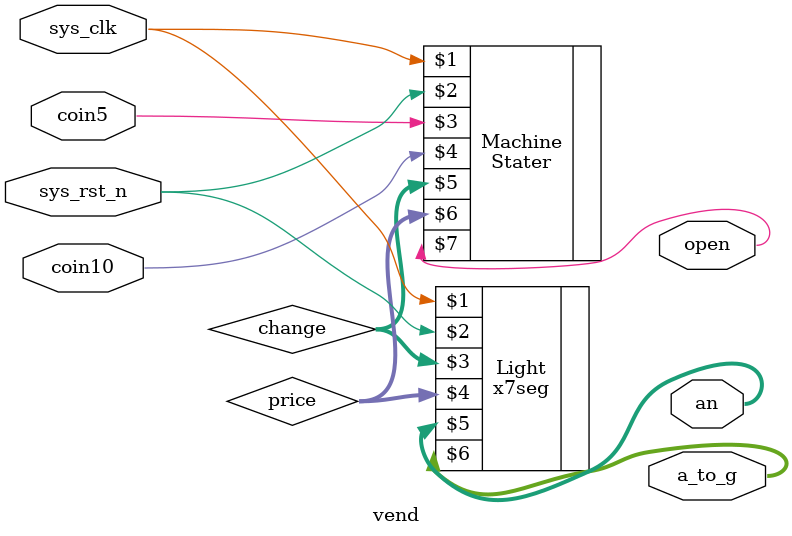
<source format=sv>
`timescale 1ns / 1ps

module vend(
    input sys_clk, sys_rst_n,
    input coin5, coin10,
    output [3 : 0] an,
    output [7 : 0] a_to_g,
    output open
    );
    logic [7:0]change,price;
    Stater Machine(sys_clk,sys_rst_n,coin5,coin10,change,price,open);
    x7seg Light(sys_clk,sys_rst_n,change,price,an,a_to_g);
    
endmodule
</source>
